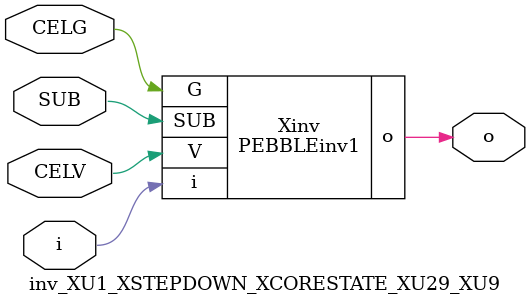
<source format=v>



module PEBBLEinv1 ( o, G, SUB, V, i );

  input V;
  input i;
  input G;
  output o;
  input SUB;
endmodule

//Celera Confidential Do Not Copy inv_XU1_XSTEPDOWN_XCORESTATE_XU29_XU9
//Celera Confidential Symbol Generator
//5V Inverter
module inv_XU1_XSTEPDOWN_XCORESTATE_XU29_XU9 (CELV,CELG,i,o,SUB);
input CELV;
input CELG;
input i;
input SUB;
output o;

//Celera Confidential Do Not Copy inv
PEBBLEinv1 Xinv(
.V (CELV),
.i (i),
.o (o),
.SUB (SUB),
.G (CELG)
);
//,diesize,PEBBLEinv1

//Celera Confidential Do Not Copy Module End
//Celera Schematic Generator
endmodule

</source>
